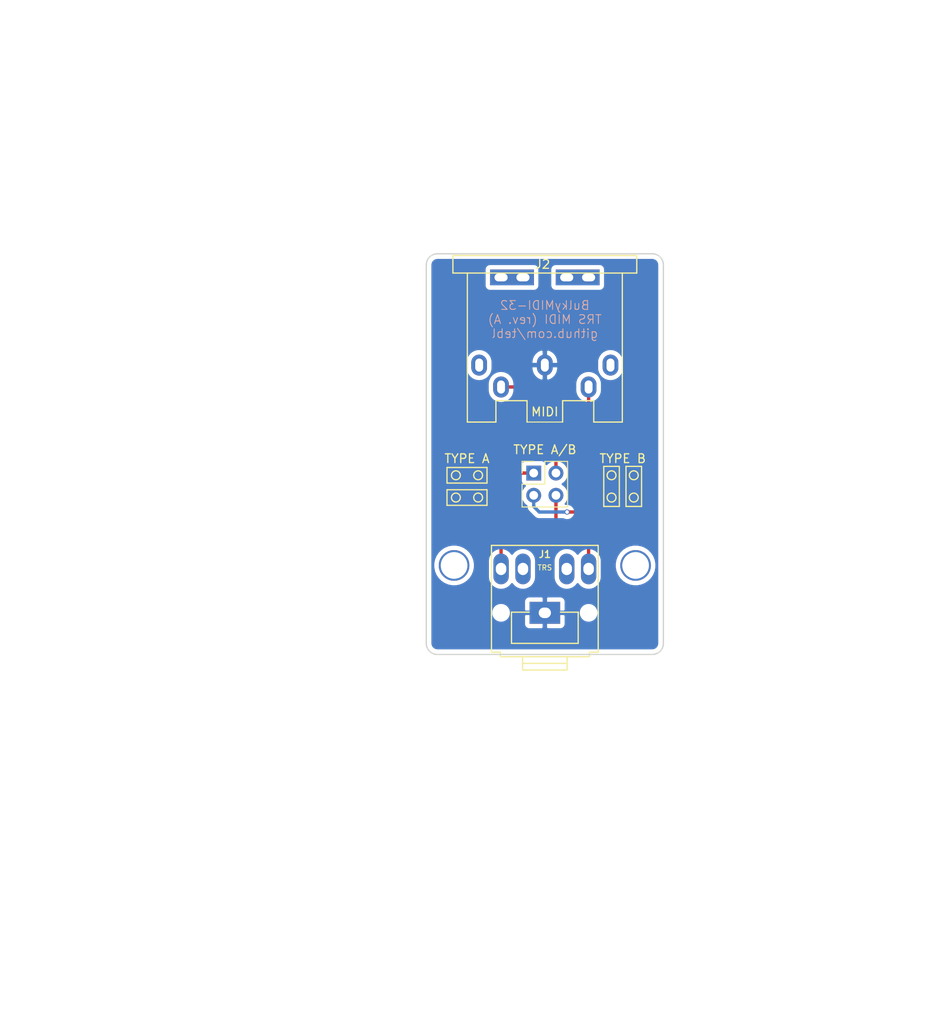
<source format=kicad_pcb>
(kicad_pcb (version 20171130) (host pcbnew "(5.1.8)-1")

  (general
    (thickness 1.6)
    (drawings 35)
    (tracks 20)
    (zones 0)
    (modules 5)
    (nets 6)
  )

  (page A4)
  (layers
    (0 F.Cu signal)
    (31 B.Cu signal)
    (32 B.Adhes user)
    (33 F.Adhes user)
    (34 B.Paste user)
    (35 F.Paste user)
    (36 B.SilkS user)
    (37 F.SilkS user)
    (38 B.Mask user)
    (39 F.Mask user)
    (40 Dwgs.User user)
    (41 Cmts.User user)
    (42 Eco1.User user)
    (43 Eco2.User user)
    (44 Edge.Cuts user)
    (45 Margin user)
    (46 B.CrtYd user)
    (47 F.CrtYd user)
    (48 B.Fab user)
    (49 F.Fab user)
  )

  (setup
    (last_trace_width 0.381)
    (user_trace_width 0.381)
    (trace_clearance 0.2)
    (zone_clearance 0.508)
    (zone_45_only no)
    (trace_min 0.2)
    (via_size 0.6)
    (via_drill 0.4)
    (via_min_size 0.4)
    (via_min_drill 0.3)
    (user_via 1 0.4)
    (uvia_size 0.3)
    (uvia_drill 0.1)
    (uvias_allowed no)
    (uvia_min_size 0.2)
    (uvia_min_drill 0.1)
    (edge_width 0.15)
    (segment_width 0.2)
    (pcb_text_width 0.3)
    (pcb_text_size 1.5 1.5)
    (mod_edge_width 0.15)
    (mod_text_size 1 1)
    (mod_text_width 0.15)
    (pad_size 3.5 3.5)
    (pad_drill 3.048)
    (pad_to_mask_clearance 0)
    (aux_axis_origin 0 0)
    (visible_elements 7FFFFFFF)
    (pcbplotparams
      (layerselection 0x011fc_ffffffff)
      (usegerberextensions true)
      (usegerberattributes false)
      (usegerberadvancedattributes false)
      (creategerberjobfile false)
      (excludeedgelayer true)
      (linewidth 0.100000)
      (plotframeref false)
      (viasonmask false)
      (mode 1)
      (useauxorigin false)
      (hpglpennumber 1)
      (hpglpenspeed 20)
      (hpglpendiameter 15.000000)
      (psnegative false)
      (psa4output false)
      (plotreference true)
      (plotvalue true)
      (plotinvisibletext false)
      (padsonsilk false)
      (subtractmaskfromsilk false)
      (outputformat 1)
      (mirror false)
      (drillshape 0)
      (scaleselection 1)
      (outputdirectory "export/"))
  )

  (net 0 "")
  (net 1 /SHIELD)
  (net 2 /RING)
  (net 3 /TIP)
  (net 4 /SINK)
  (net 5 /SOURCE)

  (net_class Default "This is the default net class."
    (clearance 0.2)
    (trace_width 0.25)
    (via_dia 0.6)
    (via_drill 0.4)
    (uvia_dia 0.3)
    (uvia_drill 0.1)
    (add_net /RING)
    (add_net /SHIELD)
    (add_net /SINK)
    (add_net /SOURCE)
    (add_net /TIP)
  )

  (net_class Power ""
    (clearance 0.2)
    (trace_width 0.381)
    (via_dia 1)
    (via_drill 0.4)
    (uvia_dia 0.3)
    (uvia_drill 0.1)
  )

  (module mounting:M3 (layer F.Cu) (tedit 5F7625BA) (tstamp 63EDD7C2)
    (at 117.904 102.616)
    (descr "module 1 pin (ou trou mecanique de percage)")
    (tags DEV)
    (path /5E3B603D)
    (fp_text reference M1 (at 0 -3.048) (layer F.Fab) hide
      (effects (font (size 1 1) (thickness 0.15)))
    )
    (fp_text value Mounting (at 0 3) (layer F.Fab) hide
      (effects (font (size 1 1) (thickness 0.15)))
    )
    (fp_circle (center 0 0) (end 2.6 0) (layer F.CrtYd) (width 0.05))
    (fp_circle (center 0 0) (end 2 0.8) (layer F.Fab) (width 0.1))
    (pad "" np_thru_hole circle (at 0 0) (size 3.5 3.5) (drill 3.048) (layers *.Cu *.Mask)
      (solder_mask_margin 0.8))
  )

  (module mounting:M3 (layer F.Cu) (tedit 5F7625BA) (tstamp 63EDD7D4)
    (at 138.636 102.616)
    (descr "module 1 pin (ou trou mecanique de percage)")
    (tags DEV)
    (path /5E3B604F)
    (fp_text reference M2 (at 0 -3.048) (layer F.Fab) hide
      (effects (font (size 1 1) (thickness 0.15)))
    )
    (fp_text value Mounting (at 0 3) (layer F.Fab) hide
      (effects (font (size 1 1) (thickness 0.15)))
    )
    (fp_circle (center 0 0) (end 2 0.8) (layer F.Fab) (width 0.1))
    (fp_circle (center 0 0) (end 2.6 0) (layer F.CrtYd) (width 0.05))
    (pad "" np_thru_hole circle (at 0 0) (size 3.5 3.5) (drill 3.048) (layers *.Cu *.Mask)
      (solder_mask_margin 0.8))
  )

  (module audio_jack:PJ-317 (layer F.Cu) (tedit 63D45C18) (tstamp 63EDD855)
    (at 128.27 106.426 180)
    (path /63F0688A)
    (fp_text reference J1 (at 0 5.08) (layer F.SilkS)
      (effects (font (size 0.8 0.8) (thickness 0.15)))
    )
    (fp_text value TRS (at 0 3.556) (layer F.SilkS)
      (effects (font (size 0.6 0.6) (thickness 0.1)))
    )
    (fp_line (start -1.778 -1.524) (end -3.81 -1.524) (layer F.SilkS) (width 0.15))
    (fp_line (start -3.81 -1.524) (end -3.81 -5.08) (layer F.SilkS) (width 0.15))
    (fp_line (start -3.81 -5.08) (end 3.81 -5.08) (layer F.SilkS) (width 0.15))
    (fp_line (start 3.81 -5.08) (end 3.81 -1.524) (layer F.SilkS) (width 0.15))
    (fp_line (start 3.81 -1.524) (end 1.778 -1.524) (layer F.SilkS) (width 0.15))
    (fp_line (start -5.08 -6.096) (end -6.096 -6.096) (layer F.SilkS) (width 0.15))
    (fp_line (start 6.096 -6.096) (end 5.08 -6.096) (layer F.SilkS) (width 0.15))
    (fp_line (start -2.54 -8.128) (end -2.54 -6.604) (layer F.SilkS) (width 0.15))
    (fp_line (start 2.54 -6.604) (end 2.54 -8.128) (layer F.SilkS) (width 0.15))
    (fp_line (start -2.54 -7.366) (end 2.54 -7.366) (layer F.SilkS) (width 0.15))
    (fp_line (start -5.08 -6.096) (end -5.08 -6.35) (layer F.SilkS) (width 0.15))
    (fp_line (start -5.08 -6.35) (end -5.08 -6.604) (layer F.SilkS) (width 0.15))
    (fp_line (start -5.08 -6.604) (end 5.08 -6.604) (layer F.SilkS) (width 0.15))
    (fp_line (start 5.08 -6.604) (end 5.08 -6.096) (layer F.SilkS) (width 0.15))
    (fp_line (start -2.54 -8.128) (end 2.54 -8.128) (layer F.SilkS) (width 0.15))
    (fp_line (start -6.096 6.096) (end -6.096 -6.096) (layer F.SilkS) (width 0.15))
    (fp_line (start 6.096 -6.096) (end 6.096 6.096) (layer F.SilkS) (width 0.15))
    (fp_line (start 6.096 6.096) (end -6.096 6.096) (layer F.SilkS) (width 0.15))
    (pad 1 thru_hole rect (at 0 -1.596 180) (size 3.5 2.5) (drill oval 1.4 1.2) (layers *.Cu *.Mask)
      (net 1 /SHIELD))
    (pad 2 thru_hole oval (at 5 3.41 180) (size 1.75 3.5) (drill oval 1.2 1.4) (layers *.Cu *.Mask)
      (net 2 /RING))
    (pad 5 thru_hole oval (at -5 3.41 180) (size 1.75 3.5) (drill oval 1.2 1.4) (layers *.Cu *.Mask)
      (net 3 /TIP))
    (pad 3 thru_hole oval (at 2.5 3.41 180) (size 1.75 3.5) (drill oval 1.2 1.4) (layers *.Cu *.Mask))
    (pad 4 thru_hole oval (at -2.5 3.41 180) (size 1.75 3.5) (drill oval 1.2 1.4) (layers *.Cu *.Mask))
    (pad "" np_thru_hole circle (at -5 -1.596 180) (size 1 1) (drill 1) (layers *.Cu *.Mask))
    (pad "" np_thru_hole circle (at 5 -1.596) (size 1 1) (drill 1) (layers *.Cu *.Mask))
  )

  (module BulkyMIDI-32:DIN5_MIDI_ANY locked (layer F.Cu) (tedit 63ED6309) (tstamp 63EDCD06)
    (at 128.27 79.756 180)
    (path /5FBFBE67)
    (fp_text reference J2 (at 0.25 11.5 180) (layer F.SilkS)
      (effects (font (size 1 1) (thickness 0.15)))
    )
    (fp_text value MIDI (at 0 -5.334 180) (layer F.SilkS)
      (effects (font (size 1 1) (thickness 0.15)))
    )
    (fp_line (start -2.032 -6.5) (end 2.032 -6.5) (layer F.SilkS) (width 0.12))
    (fp_line (start 2.032 -6.5) (end 2.032 -4.064) (layer F.SilkS) (width 0.15))
    (fp_line (start -2.032 -6.5) (end -2.032 -4.064) (layer F.SilkS) (width 0.15))
    (fp_line (start 5.588 -6.5) (end 5.588 -4.064) (layer F.SilkS) (width 0.15))
    (fp_line (start -5.588 -6.5) (end -5.588 -4.064) (layer F.SilkS) (width 0.15))
    (fp_line (start 8.85 -6.5) (end 5.588 -6.5) (layer F.SilkS) (width 0.15))
    (fp_line (start 2.032 -4.064) (end 5.588 -4.064) (layer F.SilkS) (width 0.15))
    (fp_line (start -5.588 -4.064) (end -2.032 -4.064) (layer F.SilkS) (width 0.15))
    (fp_line (start -8.85 -6.5) (end -5.588 -6.5) (layer F.SilkS) (width 0.15))
    (fp_line (start -8.85 10.5) (end -8.85 -6.5) (layer F.SilkS) (width 0.15))
    (fp_line (start 8.85 -6.5) (end 8.85 10.5) (layer F.SilkS) (width 0.15))
    (fp_line (start -10.5 12.5) (end -10.5 10.5) (layer F.SilkS) (width 0.15))
    (fp_line (start -10.5 10.5) (end 10.5 10.5) (layer F.SilkS) (width 0.15))
    (fp_line (start 10.5 10.5) (end 10.5 12.5) (layer F.SilkS) (width 0.15))
    (fp_line (start 0 12.5) (end 10.5 12.5) (layer F.SilkS) (width 0.15))
    (fp_line (start 0 12.5) (end -10.5 12.5) (layer F.SilkS) (width 0.15))
    (pad 5 thru_hole oval (at -5 -2.5 180) (size 1.8 2.4) (drill oval 0.9 1.5) (layers *.Cu *.Mask)
      (net 4 /SINK))
    (pad 4 thru_hole oval (at 5 -2.5 180) (size 1.8 2.4) (drill oval 0.9 1.5) (layers *.Cu *.Mask)
      (net 5 /SOURCE))
    (pad 3 thru_hole oval (at -7.5 0 180) (size 1.8 2.4) (drill oval 0.9 1.5) (layers *.Cu *.Mask))
    (pad 1 thru_hole oval (at 7.5 0 180) (size 1.8 2.4) (drill oval 0.9 1.5) (layers *.Cu *.Mask))
    (pad 6 thru_hole rect (at -5 10 180) (size 2.5 1.8) (drill oval 1.5 0.9) (layers *.Cu *.Mask))
    (pad 6 thru_hole rect (at 5 10 180) (size 2.5 1.8) (drill oval 1.5 0.9) (layers *.Cu *.Mask))
    (pad 2 thru_hole oval (at 0 0 180) (size 1.8 2.4) (drill oval 0.9 1.5) (layers *.Cu *.Mask)
      (net 1 /SHIELD))
    (pad 6 thru_hole rect (at 2.5 10 180) (size 2.5 1.8) (drill oval 1.5 0.9) (layers *.Cu *.Mask))
    (pad 6 thru_hole rect (at -2.5 10 180) (size 2.5 1.8) (drill oval 1.5 0.9) (layers *.Cu *.Mask))
  )

  (module solder_bridge:select_swappable_THT (layer F.Cu) (tedit 63ED65C9) (tstamp 63EDD5A0)
    (at 127 92.075)
    (descr "Through hole straight pin header, 2x02, 2.54mm pitch, double rows")
    (tags "Through hole pin header THT 2x02 2.54mm double row")
    (path /63F07631)
    (fp_text reference J3 (at 1.27 -2.33) (layer F.SilkS) hide
      (effects (font (size 1 1) (thickness 0.15)))
    )
    (fp_text value "TYPE A/B" (at 1.27 -2.667) (layer F.SilkS)
      (effects (font (size 1 1) (thickness 0.15)))
    )
    (fp_line (start 0 -1.27) (end 3.81 -1.27) (layer F.Fab) (width 0.1))
    (fp_line (start 3.81 -1.27) (end 3.81 3.81) (layer F.Fab) (width 0.1))
    (fp_line (start 3.81 3.81) (end -1.27 3.81) (layer F.Fab) (width 0.1))
    (fp_line (start -1.27 3.81) (end -1.27 0) (layer F.Fab) (width 0.1))
    (fp_line (start -1.27 0) (end 0 -1.27) (layer F.Fab) (width 0.1))
    (fp_line (start -1.33 3.87) (end 3.87 3.87) (layer F.SilkS) (width 0.12))
    (fp_line (start -1.33 1.27) (end -1.33 3.87) (layer F.SilkS) (width 0.12))
    (fp_line (start 3.87 -1.33) (end 3.87 3.87) (layer F.SilkS) (width 0.12))
    (fp_line (start -1.33 1.27) (end 1.27 1.27) (layer F.SilkS) (width 0.12))
    (fp_line (start 1.27 1.27) (end 1.27 -1.33) (layer F.SilkS) (width 0.12))
    (fp_line (start 1.27 -1.33) (end 3.87 -1.33) (layer F.SilkS) (width 0.12))
    (fp_line (start -1.33 0) (end -1.33 -1.33) (layer F.SilkS) (width 0.12))
    (fp_line (start -1.33 -1.33) (end 0 -1.33) (layer F.SilkS) (width 0.12))
    (fp_line (start -1.8 -1.8) (end -1.8 4.35) (layer F.CrtYd) (width 0.05))
    (fp_line (start -1.8 4.35) (end 4.35 4.35) (layer F.CrtYd) (width 0.05))
    (fp_line (start 4.35 4.35) (end 4.35 -1.8) (layer F.CrtYd) (width 0.05))
    (fp_line (start 4.35 -1.8) (end -1.8 -1.8) (layer F.CrtYd) (width 0.05))
    (fp_text user %R (at 1.27 1.27 90) (layer F.Fab)
      (effects (font (size 1 1) (thickness 0.15)))
    )
    (pad 1a thru_hole rect (at 0 0) (size 1.7 1.7) (drill 1) (layers *.Cu *.Mask)
      (net 2 /RING))
    (pad 1b thru_hole oval (at 2.54 0) (size 1.7 1.7) (drill 1) (layers *.Cu *.Mask)
      (net 5 /SOURCE))
    (pad 2b thru_hole oval (at 0 2.54) (size 1.7 1.7) (drill 1) (layers *.Cu *.Mask)
      (net 4 /SINK))
    (pad 2a thru_hole oval (at 2.54 2.54) (size 1.7 1.7) (drill 1) (layers *.Cu *.Mask)
      (net 3 /TIP))
    (model ${KISYS3DMOD}/Connector_PinHeader_2.54mm.3dshapes/PinHeader_2x02_P2.54mm_Vertical.wrl
      (at (xyz 0 0 0))
      (scale (xyz 1 1 1))
      (rotate (xyz 0 0 0))
    )
  )

  (gr_line (start 139.319 91.313) (end 137.541 91.313) (layer F.SilkS) (width 0.15) (tstamp 63EDDBD2))
  (gr_line (start 139.319 95.885) (end 139.319 91.313) (layer F.SilkS) (width 0.15) (tstamp 63EDDBD1))
  (gr_line (start 137.541 91.313) (end 137.541 95.885) (layer F.SilkS) (width 0.15) (tstamp 63EDDBD0))
  (gr_line (start 137.541 95.885) (end 139.319 95.885) (layer F.SilkS) (width 0.15) (tstamp 63EDDBCF))
  (gr_line (start 136.779 91.313) (end 135.001 91.313) (layer F.SilkS) (width 0.15) (tstamp 63EDDBD2))
  (gr_line (start 136.779 95.885) (end 136.779 91.313) (layer F.SilkS) (width 0.15) (tstamp 63EDDBD1))
  (gr_line (start 135.001 91.313) (end 135.001 95.885) (layer F.SilkS) (width 0.15) (tstamp 63EDDBD0))
  (gr_line (start 135.001 95.885) (end 136.779 95.885) (layer F.SilkS) (width 0.15) (tstamp 63EDDBCF))
  (gr_line (start 117.094 91.44) (end 117.094 93.218) (layer F.SilkS) (width 0.15) (tstamp 63EDDB94))
  (gr_line (start 121.666 95.758) (end 121.666 93.98) (layer F.SilkS) (width 0.15) (tstamp 63EDDB93))
  (gr_line (start 117.094 93.218) (end 121.666 93.218) (layer F.SilkS) (width 0.15) (tstamp 63EDDB92))
  (gr_line (start 121.666 93.98) (end 117.094 93.98) (layer F.SilkS) (width 0.15) (tstamp 63EDDB91))
  (gr_line (start 117.094 93.98) (end 117.094 95.758) (layer F.SilkS) (width 0.15) (tstamp 63EDDB90))
  (gr_line (start 121.666 91.44) (end 117.094 91.44) (layer F.SilkS) (width 0.15) (tstamp 63EDDB8F))
  (gr_circle (center 120.65 92.329) (end 121.158 92.329) (layer F.SilkS) (width 0.15) (tstamp 63EDDB8E))
  (gr_line (start 117.094 95.758) (end 121.666 95.758) (layer F.SilkS) (width 0.15) (tstamp 63EDDB8D))
  (gr_line (start 121.666 93.218) (end 121.666 91.44) (layer F.SilkS) (width 0.15) (tstamp 63EDDB8C))
  (gr_circle (center 118.11 92.329) (end 118.618 92.329) (layer F.SilkS) (width 0.15) (tstamp 63EDDB8B))
  (gr_circle (center 120.65 94.869) (end 121.158 94.869) (layer F.SilkS) (width 0.15) (tstamp 63EDDB8A))
  (gr_circle (center 118.11 94.869) (end 118.618 94.869) (layer F.SilkS) (width 0.15) (tstamp 63EDDB89))
  (gr_text "TYPE A" (at 119.38 90.424) (layer F.SilkS) (tstamp 63EDDB88)
    (effects (font (size 1 1) (thickness 0.15)))
  )
  (gr_circle (center 138.43 92.329) (end 138.938 92.329) (layer F.SilkS) (width 0.15) (tstamp 63EDDB8E))
  (gr_circle (center 135.89 92.329) (end 136.398 92.329) (layer F.SilkS) (width 0.15) (tstamp 63EDDB8B))
  (gr_circle (center 138.43 94.869) (end 138.938 94.869) (layer F.SilkS) (width 0.15) (tstamp 63EDDB8A))
  (gr_circle (center 135.89 94.869) (end 136.398 94.869) (layer F.SilkS) (width 0.15) (tstamp 63EDDB89))
  (gr_text "TYPE B" (at 137.16 90.424) (layer F.SilkS) (tstamp 63EDDB88)
    (effects (font (size 1 1) (thickness 0.15)))
  )
  (gr_line (start 114.729 111.505001) (end 114.729 68.326) (layer Edge.Cuts) (width 0.15) (tstamp 63EDCDB1))
  (gr_line (start 115.999 112.775001) (end 140.541 112.775001) (angle 90) (layer Edge.Cuts) (width 0.15) (tstamp 62058083))
  (gr_arc (start 115.999 111.505001) (end 115.999 112.775001) (angle 90) (layer Edge.Cuts) (width 0.15) (tstamp 62058082))
  (gr_arc (start 140.541 111.505001) (end 141.811 111.505001) (angle 90) (layer Edge.Cuts) (width 0.15) (tstamp 62058081))
  (gr_text "BulkyMIDI-32\nTRS MIDI (rev. A)\ngithub.com/tebl" (at 128.27 74.549) (layer B.SilkS) (tstamp 63ED6C88)
    (effects (font (size 1 1) (thickness 0.1)) (justify mirror))
  )
  (gr_line (start 141.811 111.505001) (end 141.811 68.326) (layer Edge.Cuts) (width 0.15) (tstamp 5FFCF9EB))
  (gr_line (start 140.541 67.056) (end 115.999 67.056) (angle 90) (layer Edge.Cuts) (width 0.15))
  (gr_arc (start 115.999 68.326) (end 114.729 68.326) (angle 90) (layer Edge.Cuts) (width 0.15))
  (gr_arc (start 140.541 68.326) (end 140.541 67.056) (angle 90) (layer Edge.Cuts) (width 0.15))

  (segment (start 123.27 103.016) (end 123.27 93.138) (width 0.381) (layer F.Cu) (net 2))
  (segment (start 124.333 92.075) (end 127 92.075) (width 0.381) (layer F.Cu) (net 2))
  (segment (start 123.27 93.138) (end 124.333 92.075) (width 0.381) (layer F.Cu) (net 2))
  (segment (start 129.54 94.615) (end 129.54 99.06) (width 0.381) (layer F.Cu) (net 3))
  (segment (start 129.54 99.06) (end 130.175 99.695) (width 0.381) (layer F.Cu) (net 3))
  (segment (start 132.555 99.695) (end 133.27 100.41) (width 0.381) (layer F.Cu) (net 3))
  (segment (start 130.175 99.695) (end 132.555 99.695) (width 0.381) (layer F.Cu) (net 3))
  (segment (start 133.27 103.016) (end 133.27 100.41) (width 0.381) (layer F.Cu) (net 3))
  (segment (start 133.27 94.2048) (end 133.2738 94.2086) (width 0.381) (layer F.Cu) (net 4))
  (segment (start 133.27 82.256) (end 133.27 94.2048) (width 0.381) (layer F.Cu) (net 4))
  (segment (start 127 95.885) (end 127 94.615) (width 0.381) (layer B.Cu) (net 4))
  (segment (start 127.635 96.52) (end 127 95.885) (width 0.381) (layer B.Cu) (net 4))
  (via (at 130.81 96.52) (size 0.6) (drill 0.4) (layers F.Cu B.Cu) (net 4))
  (segment (start 130.81 96.52) (end 127.635 96.52) (width 0.381) (layer B.Cu) (net 4))
  (segment (start 133.27 94.2048) (end 133.27 95.965) (width 0.381) (layer F.Cu) (net 4))
  (segment (start 132.715 96.52) (end 130.81 96.52) (width 0.381) (layer F.Cu) (net 4))
  (segment (start 133.27 95.965) (end 132.715 96.52) (width 0.381) (layer F.Cu) (net 4))
  (segment (start 129.54 92.075) (end 129.54 83.82) (width 0.381) (layer F.Cu) (net 5))
  (segment (start 127.976 82.256) (end 123.27 82.256) (width 0.381) (layer F.Cu) (net 5))
  (segment (start 129.54 83.82) (end 127.976 82.256) (width 0.381) (layer F.Cu) (net 5))

  (zone (net 1) (net_name /SHIELD) (layer B.Cu) (tstamp 620596A6) (hatch edge 0.508)
    (connect_pads (clearance 0.508))
    (min_thickness 0.254)
    (fill yes (arc_segments 16) (thermal_gap 0.508) (thermal_bridge_width 0.508))
    (polygon
      (pts
        (xy 66.04 38.1) (xy 172.72 38.1) (xy 172.72 154.94) (xy 66.04 154.305)
      )
    )
    (filled_polygon
      (pts
        (xy 140.649109 67.780005) (xy 140.753101 67.811402) (xy 140.849014 67.862399) (xy 140.933194 67.931055) (xy 141.00244 68.014758)
        (xy 141.054105 68.110311) (xy 141.086227 68.214078) (xy 141.101001 68.35465) (xy 141.101 111.470281) (xy 141.086995 111.61311)
        (xy 141.055599 111.7171) (xy 141.004601 111.813014) (xy 140.935941 111.8972) (xy 140.852243 111.96644) (xy 140.756689 112.018106)
        (xy 140.652922 112.050228) (xy 140.512359 112.065001) (xy 116.03372 112.065001) (xy 115.890891 112.050996) (xy 115.786901 112.0196)
        (xy 115.690987 111.968602) (xy 115.606801 111.899942) (xy 115.537561 111.816244) (xy 115.485895 111.72069) (xy 115.453773 111.616923)
        (xy 115.439 111.47636) (xy 115.439 109.272) (xy 125.881928 109.272) (xy 125.894188 109.396482) (xy 125.930498 109.51618)
        (xy 125.989463 109.626494) (xy 126.068815 109.723185) (xy 126.165506 109.802537) (xy 126.27582 109.861502) (xy 126.395518 109.897812)
        (xy 126.52 109.910072) (xy 127.98425 109.907) (xy 128.143 109.74825) (xy 128.143 108.149) (xy 128.397 108.149)
        (xy 128.397 109.74825) (xy 128.55575 109.907) (xy 130.02 109.910072) (xy 130.144482 109.897812) (xy 130.26418 109.861502)
        (xy 130.374494 109.802537) (xy 130.471185 109.723185) (xy 130.550537 109.626494) (xy 130.609502 109.51618) (xy 130.645812 109.396482)
        (xy 130.658072 109.272) (xy 130.655 108.30775) (xy 130.49625 108.149) (xy 128.397 108.149) (xy 128.143 108.149)
        (xy 126.04375 108.149) (xy 125.885 108.30775) (xy 125.881928 109.272) (xy 115.439 109.272) (xy 115.439 107.910212)
        (xy 122.135 107.910212) (xy 122.135 108.133788) (xy 122.178617 108.353067) (xy 122.264176 108.559624) (xy 122.388388 108.74552)
        (xy 122.54648 108.903612) (xy 122.732376 109.027824) (xy 122.938933 109.113383) (xy 123.158212 109.157) (xy 123.381788 109.157)
        (xy 123.601067 109.113383) (xy 123.807624 109.027824) (xy 123.99352 108.903612) (xy 124.151612 108.74552) (xy 124.275824 108.559624)
        (xy 124.361383 108.353067) (xy 124.405 108.133788) (xy 124.405 107.910212) (xy 132.135 107.910212) (xy 132.135 108.133788)
        (xy 132.178617 108.353067) (xy 132.264176 108.559624) (xy 132.388388 108.74552) (xy 132.54648 108.903612) (xy 132.732376 109.027824)
        (xy 132.938933 109.113383) (xy 133.158212 109.157) (xy 133.381788 109.157) (xy 133.601067 109.113383) (xy 133.807624 109.027824)
        (xy 133.99352 108.903612) (xy 134.151612 108.74552) (xy 134.275824 108.559624) (xy 134.361383 108.353067) (xy 134.405 108.133788)
        (xy 134.405 107.910212) (xy 134.361383 107.690933) (xy 134.275824 107.484376) (xy 134.151612 107.29848) (xy 133.99352 107.140388)
        (xy 133.807624 107.016176) (xy 133.601067 106.930617) (xy 133.381788 106.887) (xy 133.158212 106.887) (xy 132.938933 106.930617)
        (xy 132.732376 107.016176) (xy 132.54648 107.140388) (xy 132.388388 107.29848) (xy 132.264176 107.484376) (xy 132.178617 107.690933)
        (xy 132.135 107.910212) (xy 124.405 107.910212) (xy 124.361383 107.690933) (xy 124.275824 107.484376) (xy 124.151612 107.29848)
        (xy 123.99352 107.140388) (xy 123.807624 107.016176) (xy 123.601067 106.930617) (xy 123.381788 106.887) (xy 123.158212 106.887)
        (xy 122.938933 106.930617) (xy 122.732376 107.016176) (xy 122.54648 107.140388) (xy 122.388388 107.29848) (xy 122.264176 107.484376)
        (xy 122.178617 107.690933) (xy 122.135 107.910212) (xy 115.439 107.910212) (xy 115.439 106.772) (xy 125.881928 106.772)
        (xy 125.885 107.73625) (xy 126.04375 107.895) (xy 128.143 107.895) (xy 128.143 106.29575) (xy 128.397 106.29575)
        (xy 128.397 107.895) (xy 130.49625 107.895) (xy 130.655 107.73625) (xy 130.658072 106.772) (xy 130.645812 106.647518)
        (xy 130.609502 106.52782) (xy 130.550537 106.417506) (xy 130.471185 106.320815) (xy 130.374494 106.241463) (xy 130.26418 106.182498)
        (xy 130.144482 106.146188) (xy 130.02 106.133928) (xy 128.55575 106.137) (xy 128.397 106.29575) (xy 128.143 106.29575)
        (xy 127.98425 106.137) (xy 126.52 106.133928) (xy 126.395518 106.146188) (xy 126.27582 106.182498) (xy 126.165506 106.241463)
        (xy 126.068815 106.320815) (xy 125.989463 106.417506) (xy 125.930498 106.52782) (xy 125.894188 106.647518) (xy 125.881928 106.772)
        (xy 115.439 106.772) (xy 115.439 102.381098) (xy 115.519 102.381098) (xy 115.519 102.850902) (xy 115.610654 103.311679)
        (xy 115.79044 103.745721) (xy 116.05145 104.136349) (xy 116.383651 104.46855) (xy 116.774279 104.72956) (xy 117.208321 104.909346)
        (xy 117.669098 105.001) (xy 118.138902 105.001) (xy 118.599679 104.909346) (xy 119.033721 104.72956) (xy 119.424349 104.46855)
        (xy 119.75655 104.136349) (xy 120.01756 103.745721) (xy 120.197346 103.311679) (xy 120.289 102.850902) (xy 120.289 102.381098)
        (xy 120.226487 102.066822) (xy 121.76 102.066822) (xy 121.76 103.965177) (xy 121.781849 104.187011) (xy 121.868192 104.471647)
        (xy 122.008406 104.733969) (xy 122.197103 104.963897) (xy 122.42703 105.152594) (xy 122.689352 105.292808) (xy 122.973988 105.379151)
        (xy 123.27 105.408306) (xy 123.566011 105.379151) (xy 123.850647 105.292808) (xy 124.112969 105.152594) (xy 124.342897 104.963897)
        (xy 124.52 104.748097) (xy 124.697103 104.963897) (xy 124.92703 105.152594) (xy 125.189352 105.292808) (xy 125.473988 105.379151)
        (xy 125.77 105.408306) (xy 126.066011 105.379151) (xy 126.350647 105.292808) (xy 126.612969 105.152594) (xy 126.842897 104.963897)
        (xy 127.031594 104.73397) (xy 127.171808 104.471648) (xy 127.258151 104.187012) (xy 127.28 103.965178) (xy 127.28 102.066822)
        (xy 129.26 102.066822) (xy 129.26 103.965177) (xy 129.281849 104.187011) (xy 129.368192 104.471647) (xy 129.508406 104.733969)
        (xy 129.697103 104.963897) (xy 129.92703 105.152594) (xy 130.189352 105.292808) (xy 130.473988 105.379151) (xy 130.77 105.408306)
        (xy 131.066011 105.379151) (xy 131.350647 105.292808) (xy 131.612969 105.152594) (xy 131.842897 104.963897) (xy 132.02 104.748097)
        (xy 132.197103 104.963897) (xy 132.42703 105.152594) (xy 132.689352 105.292808) (xy 132.973988 105.379151) (xy 133.27 105.408306)
        (xy 133.566011 105.379151) (xy 133.850647 105.292808) (xy 134.112969 105.152594) (xy 134.342897 104.963897) (xy 134.531594 104.73397)
        (xy 134.671808 104.471648) (xy 134.758151 104.187012) (xy 134.78 103.965178) (xy 134.78 102.381098) (xy 136.251 102.381098)
        (xy 136.251 102.850902) (xy 136.342654 103.311679) (xy 136.52244 103.745721) (xy 136.78345 104.136349) (xy 137.115651 104.46855)
        (xy 137.506279 104.72956) (xy 137.940321 104.909346) (xy 138.401098 105.001) (xy 138.870902 105.001) (xy 139.331679 104.909346)
        (xy 139.765721 104.72956) (xy 140.156349 104.46855) (xy 140.48855 104.136349) (xy 140.74956 103.745721) (xy 140.929346 103.311679)
        (xy 141.021 102.850902) (xy 141.021 102.381098) (xy 140.929346 101.920321) (xy 140.74956 101.486279) (xy 140.48855 101.095651)
        (xy 140.156349 100.76345) (xy 139.765721 100.50244) (xy 139.331679 100.322654) (xy 138.870902 100.231) (xy 138.401098 100.231)
        (xy 137.940321 100.322654) (xy 137.506279 100.50244) (xy 137.115651 100.76345) (xy 136.78345 101.095651) (xy 136.52244 101.486279)
        (xy 136.342654 101.920321) (xy 136.251 102.381098) (xy 134.78 102.381098) (xy 134.78 102.066822) (xy 134.758151 101.844988)
        (xy 134.671808 101.560352) (xy 134.531594 101.29803) (xy 134.342897 101.068103) (xy 134.11297 100.879406) (xy 133.850648 100.739192)
        (xy 133.566012 100.652849) (xy 133.27 100.623694) (xy 132.973989 100.652849) (xy 132.689353 100.739192) (xy 132.427031 100.879406)
        (xy 132.197104 101.068103) (xy 132.020001 101.283903) (xy 131.842897 101.068103) (xy 131.61297 100.879406) (xy 131.350648 100.739192)
        (xy 131.066012 100.652849) (xy 130.77 100.623694) (xy 130.473989 100.652849) (xy 130.189353 100.739192) (xy 129.927031 100.879406)
        (xy 129.697104 101.068103) (xy 129.508407 101.29803) (xy 129.368193 101.560352) (xy 129.28185 101.844988) (xy 129.26 102.066822)
        (xy 127.28 102.066822) (xy 127.258151 101.844988) (xy 127.171808 101.560352) (xy 127.031594 101.29803) (xy 126.842897 101.068103)
        (xy 126.61297 100.879406) (xy 126.350648 100.739192) (xy 126.066012 100.652849) (xy 125.77 100.623694) (xy 125.473989 100.652849)
        (xy 125.189353 100.739192) (xy 124.927031 100.879406) (xy 124.697104 101.068103) (xy 124.520001 101.283903) (xy 124.342897 101.068103)
        (xy 124.11297 100.879406) (xy 123.850648 100.739192) (xy 123.566012 100.652849) (xy 123.27 100.623694) (xy 122.973989 100.652849)
        (xy 122.689353 100.739192) (xy 122.427031 100.879406) (xy 122.197104 101.068103) (xy 122.008407 101.29803) (xy 121.868193 101.560352)
        (xy 121.78185 101.844988) (xy 121.76 102.066822) (xy 120.226487 102.066822) (xy 120.197346 101.920321) (xy 120.01756 101.486279)
        (xy 119.75655 101.095651) (xy 119.424349 100.76345) (xy 119.033721 100.50244) (xy 118.599679 100.322654) (xy 118.138902 100.231)
        (xy 117.669098 100.231) (xy 117.208321 100.322654) (xy 116.774279 100.50244) (xy 116.383651 100.76345) (xy 116.05145 101.095651)
        (xy 115.79044 101.486279) (xy 115.610654 101.920321) (xy 115.519 102.381098) (xy 115.439 102.381098) (xy 115.439 91.225)
        (xy 125.511928 91.225) (xy 125.511928 92.925) (xy 125.524188 93.049482) (xy 125.560498 93.16918) (xy 125.619463 93.279494)
        (xy 125.698815 93.376185) (xy 125.795506 93.455537) (xy 125.90582 93.514502) (xy 125.97838 93.536513) (xy 125.846525 93.668368)
        (xy 125.68401 93.911589) (xy 125.572068 94.181842) (xy 125.515 94.46874) (xy 125.515 94.76126) (xy 125.572068 95.048158)
        (xy 125.68401 95.318411) (xy 125.846525 95.561632) (xy 126.053368 95.768475) (xy 126.174041 95.849106) (xy 126.170506 95.885)
        (xy 126.1745 95.92555) (xy 126.1745 95.925552) (xy 126.186444 96.046825) (xy 126.233647 96.202433) (xy 126.310301 96.345842)
        (xy 126.320421 96.358173) (xy 126.413459 96.471541) (xy 126.444965 96.497397) (xy 127.02261 97.075044) (xy 127.048459 97.106541)
        (xy 127.079955 97.132389) (xy 127.079958 97.132392) (xy 127.174157 97.209699) (xy 127.317566 97.286353) (xy 127.473174 97.333556)
        (xy 127.594447 97.3455) (xy 127.594449 97.3455) (xy 127.635 97.349494) (xy 127.67555 97.3455) (xy 130.362492 97.3455)
        (xy 130.367111 97.348586) (xy 130.537271 97.419068) (xy 130.717911 97.455) (xy 130.902089 97.455) (xy 131.082729 97.419068)
        (xy 131.252889 97.348586) (xy 131.406028 97.246262) (xy 131.536262 97.116028) (xy 131.638586 96.962889) (xy 131.709068 96.792729)
        (xy 131.745 96.612089) (xy 131.745 96.427911) (xy 131.709068 96.247271) (xy 131.638586 96.077111) (xy 131.536262 95.923972)
        (xy 131.406028 95.793738) (xy 131.252889 95.691414) (xy 131.082729 95.620932) (xy 130.902089 95.585) (xy 130.717911 95.585)
        (xy 130.658237 95.59687) (xy 130.693475 95.561632) (xy 130.85599 95.318411) (xy 130.967932 95.048158) (xy 131.025 94.76126)
        (xy 131.025 94.46874) (xy 130.967932 94.181842) (xy 130.85599 93.911589) (xy 130.693475 93.668368) (xy 130.486632 93.461525)
        (xy 130.31224 93.345) (xy 130.486632 93.228475) (xy 130.693475 93.021632) (xy 130.85599 92.778411) (xy 130.967932 92.508158)
        (xy 131.025 92.22126) (xy 131.025 91.92874) (xy 130.967932 91.641842) (xy 130.85599 91.371589) (xy 130.693475 91.128368)
        (xy 130.486632 90.921525) (xy 130.243411 90.75901) (xy 129.973158 90.647068) (xy 129.68626 90.59) (xy 129.39374 90.59)
        (xy 129.106842 90.647068) (xy 128.836589 90.75901) (xy 128.593368 90.921525) (xy 128.461513 91.05338) (xy 128.439502 90.98082)
        (xy 128.380537 90.870506) (xy 128.301185 90.773815) (xy 128.204494 90.694463) (xy 128.09418 90.635498) (xy 127.974482 90.599188)
        (xy 127.85 90.586928) (xy 126.15 90.586928) (xy 126.025518 90.599188) (xy 125.90582 90.635498) (xy 125.795506 90.694463)
        (xy 125.698815 90.773815) (xy 125.619463 90.870506) (xy 125.560498 90.98082) (xy 125.524188 91.100518) (xy 125.511928 91.225)
        (xy 115.439 91.225) (xy 115.439 81.880592) (xy 121.735 81.880592) (xy 121.735 82.631407) (xy 121.75721 82.856912)
        (xy 121.844983 83.14626) (xy 121.987519 83.412926) (xy 122.179339 83.646661) (xy 122.413073 83.838481) (xy 122.679739 83.981017)
        (xy 122.969087 84.06879) (xy 123.27 84.098427) (xy 123.570912 84.06879) (xy 123.86026 83.981017) (xy 124.126926 83.838481)
        (xy 124.360661 83.646661) (xy 124.552481 83.412927) (xy 124.695017 83.146261) (xy 124.78279 82.856913) (xy 124.805 82.631408)
        (xy 124.805 81.880593) (xy 124.805 81.880592) (xy 131.735 81.880592) (xy 131.735 82.631407) (xy 131.75721 82.856912)
        (xy 131.844983 83.14626) (xy 131.987519 83.412926) (xy 132.179339 83.646661) (xy 132.413073 83.838481) (xy 132.679739 83.981017)
        (xy 132.969087 84.06879) (xy 133.27 84.098427) (xy 133.570912 84.06879) (xy 133.86026 83.981017) (xy 134.126926 83.838481)
        (xy 134.360661 83.646661) (xy 134.552481 83.412927) (xy 134.695017 83.146261) (xy 134.78279 82.856913) (xy 134.805 82.631408)
        (xy 134.805 81.880593) (xy 134.78279 81.655088) (xy 134.695017 81.365739) (xy 134.552481 81.099073) (xy 134.360661 80.865339)
        (xy 134.126927 80.673519) (xy 133.860261 80.530983) (xy 133.570913 80.44321) (xy 133.27 80.413573) (xy 132.969088 80.44321)
        (xy 132.67974 80.530983) (xy 132.413074 80.673519) (xy 132.179339 80.865339) (xy 131.987519 81.099073) (xy 131.844983 81.365739)
        (xy 131.75721 81.655087) (xy 131.735 81.880592) (xy 124.805 81.880592) (xy 124.78279 81.655088) (xy 124.695017 81.365739)
        (xy 124.552481 81.099073) (xy 124.360661 80.865339) (xy 124.126927 80.673519) (xy 123.860261 80.530983) (xy 123.570913 80.44321)
        (xy 123.27 80.413573) (xy 122.969088 80.44321) (xy 122.67974 80.530983) (xy 122.413074 80.673519) (xy 122.179339 80.865339)
        (xy 121.987519 81.099073) (xy 121.844983 81.365739) (xy 121.75721 81.655087) (xy 121.735 81.880592) (xy 115.439 81.880592)
        (xy 115.439 79.380592) (xy 119.235 79.380592) (xy 119.235 80.131407) (xy 119.25721 80.356912) (xy 119.344983 80.64626)
        (xy 119.487519 80.912926) (xy 119.679339 81.146661) (xy 119.913073 81.338481) (xy 120.179739 81.481017) (xy 120.469087 81.56879)
        (xy 120.77 81.598427) (xy 121.070912 81.56879) (xy 121.36026 81.481017) (xy 121.626926 81.338481) (xy 121.860661 81.146661)
        (xy 122.052481 80.912927) (xy 122.195017 80.646261) (xy 122.28279 80.356913) (xy 122.305 80.131408) (xy 122.305 79.883)
        (xy 126.735 79.883) (xy 126.735 80.183) (xy 126.789271 80.480023) (xy 126.900446 80.760751) (xy 127.064252 81.014396)
        (xy 127.274394 81.23121) (xy 127.522796 81.402862) (xy 127.799913 81.522755) (xy 127.90526 81.547036) (xy 128.143 81.426378)
        (xy 128.143 79.883) (xy 128.397 79.883) (xy 128.397 81.426378) (xy 128.63474 81.547036) (xy 128.740087 81.522755)
        (xy 129.017204 81.402862) (xy 129.265606 81.23121) (xy 129.475748 81.014396) (xy 129.639554 80.760751) (xy 129.750729 80.480023)
        (xy 129.805 80.183) (xy 129.805 79.883) (xy 128.397 79.883) (xy 128.143 79.883) (xy 126.735 79.883)
        (xy 122.305 79.883) (xy 122.305 79.380593) (xy 122.299919 79.329) (xy 126.735 79.329) (xy 126.735 79.629)
        (xy 128.143 79.629) (xy 128.143 78.085622) (xy 128.397 78.085622) (xy 128.397 79.629) (xy 129.805 79.629)
        (xy 129.805 79.380592) (xy 134.235 79.380592) (xy 134.235 80.131407) (xy 134.25721 80.356912) (xy 134.344983 80.64626)
        (xy 134.487519 80.912926) (xy 134.679339 81.146661) (xy 134.913073 81.338481) (xy 135.179739 81.481017) (xy 135.469087 81.56879)
        (xy 135.77 81.598427) (xy 136.070912 81.56879) (xy 136.36026 81.481017) (xy 136.626926 81.338481) (xy 136.860661 81.146661)
        (xy 137.052481 80.912927) (xy 137.195017 80.646261) (xy 137.28279 80.356913) (xy 137.305 80.131408) (xy 137.305 79.380593)
        (xy 137.28279 79.155088) (xy 137.195017 78.865739) (xy 137.052481 78.599073) (xy 136.860661 78.365339) (xy 136.626927 78.173519)
        (xy 136.360261 78.030983) (xy 136.070913 77.94321) (xy 135.77 77.913573) (xy 135.469088 77.94321) (xy 135.17974 78.030983)
        (xy 134.913074 78.173519) (xy 134.679339 78.365339) (xy 134.487519 78.599073) (xy 134.344983 78.865739) (xy 134.25721 79.155087)
        (xy 134.235 79.380592) (xy 129.805 79.380592) (xy 129.805 79.329) (xy 129.750729 79.031977) (xy 129.639554 78.751249)
        (xy 129.475748 78.497604) (xy 129.265606 78.28079) (xy 129.017204 78.109138) (xy 128.740087 77.989245) (xy 128.63474 77.964964)
        (xy 128.397 78.085622) (xy 128.143 78.085622) (xy 127.90526 77.964964) (xy 127.799913 77.989245) (xy 127.522796 78.109138)
        (xy 127.274394 78.28079) (xy 127.064252 78.497604) (xy 126.900446 78.751249) (xy 126.789271 79.031977) (xy 126.735 79.329)
        (xy 122.299919 79.329) (xy 122.28279 79.155088) (xy 122.195017 78.865739) (xy 122.052481 78.599073) (xy 121.860661 78.365339)
        (xy 121.626927 78.173519) (xy 121.360261 78.030983) (xy 121.070913 77.94321) (xy 120.77 77.913573) (xy 120.469088 77.94321)
        (xy 120.17974 78.030983) (xy 119.913074 78.173519) (xy 119.679339 78.365339) (xy 119.487519 78.599073) (xy 119.344983 78.865739)
        (xy 119.25721 79.155087) (xy 119.235 79.380592) (xy 115.439 79.380592) (xy 115.439 68.856) (xy 121.381928 68.856)
        (xy 121.381928 70.656) (xy 121.394188 70.780482) (xy 121.430498 70.90018) (xy 121.489463 71.010494) (xy 121.568815 71.107185)
        (xy 121.665506 71.186537) (xy 121.77582 71.245502) (xy 121.895518 71.281812) (xy 122.02 71.294072) (xy 127.02 71.294072)
        (xy 127.144482 71.281812) (xy 127.26418 71.245502) (xy 127.374494 71.186537) (xy 127.471185 71.107185) (xy 127.550537 71.010494)
        (xy 127.609502 70.90018) (xy 127.645812 70.780482) (xy 127.658072 70.656) (xy 127.658072 68.856) (xy 128.881928 68.856)
        (xy 128.881928 70.656) (xy 128.894188 70.780482) (xy 128.930498 70.90018) (xy 128.989463 71.010494) (xy 129.068815 71.107185)
        (xy 129.165506 71.186537) (xy 129.27582 71.245502) (xy 129.395518 71.281812) (xy 129.52 71.294072) (xy 134.52 71.294072)
        (xy 134.644482 71.281812) (xy 134.76418 71.245502) (xy 134.874494 71.186537) (xy 134.971185 71.107185) (xy 135.050537 71.010494)
        (xy 135.109502 70.90018) (xy 135.145812 70.780482) (xy 135.158072 70.656) (xy 135.158072 68.856) (xy 135.145812 68.731518)
        (xy 135.109502 68.61182) (xy 135.050537 68.501506) (xy 134.971185 68.404815) (xy 134.874494 68.325463) (xy 134.76418 68.266498)
        (xy 134.644482 68.230188) (xy 134.52 68.217928) (xy 129.52 68.217928) (xy 129.395518 68.230188) (xy 129.27582 68.266498)
        (xy 129.165506 68.325463) (xy 129.068815 68.404815) (xy 128.989463 68.501506) (xy 128.930498 68.61182) (xy 128.894188 68.731518)
        (xy 128.881928 68.856) (xy 127.658072 68.856) (xy 127.645812 68.731518) (xy 127.609502 68.61182) (xy 127.550537 68.501506)
        (xy 127.471185 68.404815) (xy 127.374494 68.325463) (xy 127.26418 68.266498) (xy 127.144482 68.230188) (xy 127.02 68.217928)
        (xy 122.02 68.217928) (xy 121.895518 68.230188) (xy 121.77582 68.266498) (xy 121.665506 68.325463) (xy 121.568815 68.404815)
        (xy 121.489463 68.501506) (xy 121.430498 68.61182) (xy 121.394188 68.731518) (xy 121.381928 68.856) (xy 115.439 68.856)
        (xy 115.439 68.36072) (xy 115.453005 68.217891) (xy 115.484402 68.113899) (xy 115.535399 68.017986) (xy 115.604055 67.933806)
        (xy 115.687758 67.86456) (xy 115.783311 67.812895) (xy 115.887078 67.780773) (xy 116.027641 67.766) (xy 140.50628 67.766)
      )
    )
  )
)

</source>
